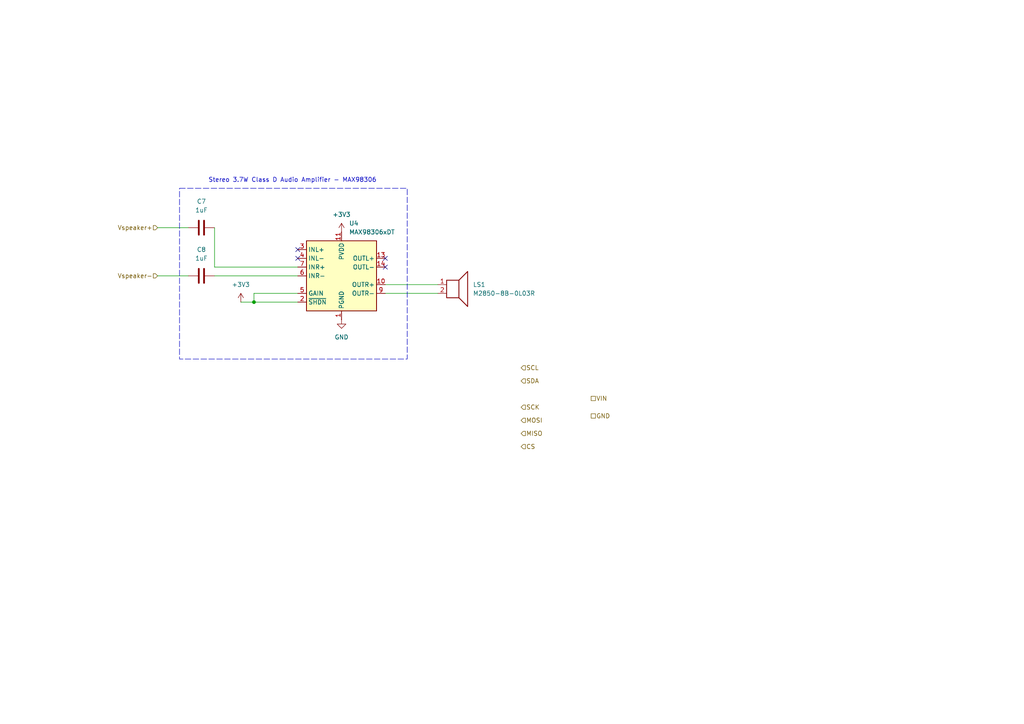
<source format=kicad_sch>
(kicad_sch (version 20231120) (generator "eeschema") (generator_version "8.0")
  (paper "A4")
  (title_block (company "Ege Turan") (comment 2 "Stanford, CA 94305") (comment 3 "Electrical Engineering Department") (comment 4 "Stanford University"))
  (lib_symbols
    (symbol "Amplifier_Audio:MAX98306xDT"
      (property "Reference" "U" (at 10.16 14.605 0))
      (property "Value" "MAX98306xDT" (at 10.16 12.065 0))
      (symbol "MAX98306xDT_0_1"
        (rectangle (start -10.16 10.16) (end 10.16 -10.16) (stroke (width 0.254)) (fill (type background)))
      )
      (symbol "MAX98306xDT_1_1"
        (pin power_in line (at 0 -12.7 90) (length 2.54) (name "PGND") (number "1"))
        (pin power_out line (at 12.7 -2.54 180) (length 2.54) (name "OUTR+") (number "10"))
        (pin power_in line (at 0 12.7 270) (length 2.54) (name "PVDD") (number "11"))
        (pin passive line (at 0 12.7 270) (length 2.54) hide (name "PVDD") (number "12"))
        (pin power_out line (at 12.7 5.08 180) (length 2.54) (name "OUTL+") (number "13"))
        (pin power_out line (at 12.7 2.54 180) (length 2.54) (name "OUTL-") (number "14"))
        (pin passive line (at 0 -12.7 90) (length 2.54) hide (name "PGND") (number "15"))
        (pin input line (at -12.7 -7.62 0) (length 2.54) (name "~{SHDN}") (number "2"))
        (pin input line (at -12.7 7.62 0) (length 2.54) (name "INL+") (number "3"))
        (pin input line (at -12.7 5.08 0) (length 2.54) (name "INL-") (number "4"))
        (pin input line (at -12.7 -5.08 0) (length 2.54) (name "GAIN") (number "5"))
        (pin input line (at -12.7 0 0) (length 2.54) (name "INR-") (number "6"))
        (pin input line (at -12.7 2.54 0) (length 2.54) (name "INR+") (number "7"))
        (pin passive line (at 0 -12.7 90) (length 2.54) hide (name "PGND") (number "8"))
        (pin power_out line (at 12.7 -5.08 180) (length 2.54) (name "OUTR-") (number "9"))
      )
    )
    (symbol "Device:C" (pin_numbers hide) (pin_names (offset 0.254))
      (property "Reference" "C" (at 0.635 2.54 0))
      (property "Value" "C" (at 0.635 -2.54 0))
      (symbol "C_0_1"
        (polyline (pts (xy -2.032 -0.762) (xy 2.032 -0.762)) (stroke (width 0.508)))
        (polyline (pts (xy -2.032 0.762) (xy 2.032 0.762)) (stroke (width 0.508)))
      )
      (symbol "C_1_1"
        (pin passive line (at 0 3.81 270) (length 2.794) (name "~") (number "1"))
        (pin passive line (at 0 -3.81 90) (length 2.794) (name "~") (number "2"))
      )
    )
    (symbol "Device:Speaker" (pin_names (offset 0) hide)
      (property "Reference" "LS" (at 1.27 5.715 0))
      (property "Value" "Speaker" (at 1.27 3.81 0))
      (symbol "Speaker_0_0"
        (rectangle (start -2.54 1.27) (end 1.016 -3.81) (stroke (width 0.254)))
        (polyline (pts (xy 1.016 1.27) (xy 3.556 3.81) (xy 3.556 -6.35) (xy 1.016 -3.81)) (stroke (width 0.254)))
      )
      (symbol "Speaker_1_1"
        (pin input line (at -5.08 0 0) (length 2.54) (name "1") (number "1"))
        (pin input line (at -5.08 -2.54 0) (length 2.54) (name "2") (number "2"))
      )
    )
    (symbol "power:+3V3" (power) (pin_numbers hide) (pin_names (offset 0) hide)
      (property "Value" "+3V3" (at 0 3.556 0))
      (symbol "+3V3_0_1"
        (polyline (pts (xy -0.762 1.27) (xy 0 2.54)))
        (polyline (pts (xy 0 0) (xy 0 2.54)))
        (polyline (pts (xy 0 2.54) (xy 0.762 1.27)))
      )
      (symbol "+3V3_1_1"
        (pin power_in line (at 0 0 90) (length 0) (name "~") (number "1"))
      )
    )
    (symbol "power:GND" (power) (pin_numbers hide) (pin_names (offset 0) hide)
      (property "Value" "GND" (at 0 -3.81 0))
      (symbol "GND_0_1"
        (polyline (pts (xy 0 0) (xy 0 -1.27) (xy 1.27 -1.27) (xy 0 -2.54) (xy -1.27 -1.27) (xy 0 -1.27)))
      )
      (symbol "GND_1_1"
        (pin power_in line (at 0 0 270) (length 0) (name "~") (number "1"))
      )
    )
  )
  (junction (at 73.66 87.63))
  (no_connect (at 86.36 72.39))
  (no_connect (at 86.36 74.93))
  (no_connect (at 111.76 77.47))
  (no_connect (at 111.76 74.93))
  (wire (pts (xy 69.85 87.63) (xy 73.66 87.63)))
  (wire (pts (xy 62.23 66.04) (xy 62.23 77.47)))
  (wire (pts (xy 73.66 85.09) (xy 73.66 87.63)))
  (wire (pts (xy 62.23 77.47) (xy 86.36 77.47)))
  (wire (pts (xy 62.23 80.01) (xy 86.36 80.01)))
  (wire (pts (xy 45.72 80.01) (xy 54.61 80.01)))
  (wire (pts (xy 73.66 85.09) (xy 86.36 85.09)))
  (wire (pts (xy 73.66 87.63) (xy 86.36 87.63)))
  (wire (pts (xy 127 85.09) (xy 111.76 85.09)))
  (wire (pts (xy 127 82.55) (xy 111.76 82.55)))
  (wire (pts (xy 45.72 66.04) (xy 54.61 66.04)))
  (rectangle (start 52.07 54.61) (end 118.11 104.14) (stroke (width 0) (type dash)))
  (text "Stereo 3.7W Class D Audio Amplifier - MAX98306" (at 84.836 52.324 0) (effects (font (size 1.27 1.27))))
  (hierarchical_label "VIN" (shape passive) (at 171.45 115.57 0))
  (hierarchical_label "MISO" (shape input) (at 151.13 125.73 0))
  (hierarchical_label "GND" (shape passive) (at 171.45 120.65 0))
  (hierarchical_label "SCL" (shape input) (at 151.13 106.68 0))
  (hierarchical_label "SCK" (shape input) (at 151.13 118.11 0))
  (hierarchical_label "Vspeaker-" (shape input) (at 45.72 80.01 180))
  (hierarchical_label "MOSI" (shape input) (at 151.13 121.92 0))
  (hierarchical_label "SDA" (shape input) (at 151.13 110.49 0))
  (hierarchical_label "CS" (shape input) (at 151.13 129.54 0))
  (hierarchical_label "Vspeaker+" (shape input) (at 45.72 66.04 180))
  (symbol (lib_id "power:GND") (at 99.06 92.71 0) (unit 1)
    (property "Reference" "#PWR019" (effects (hide yes)))
    (property "Value" "GND" (at 99.06 97.79 0))
    (property "Description" "Power symbol creates a global label with name \"GND\" , ground" (effects (hide yes)))
  )
  (symbol (lib_id "Device:Speaker") (at 132.08 82.55 0) (unit 1)
    (property "Reference" "LS1" (at 137.16 82.5499 0) (effects (justify left)))
    (property "Value" "M2850-8B-0L03R" (at 137.16 85.0899 0) (effects (justify left)))
    (property "Datasheet" "https://cdn-shop.adafruit.com/datasheets/1890_8ohmMetalSpeaks.pdf" (effects (hide yes)))
    (property "Description" "Speaker" (effects (hide yes)))
  )
  (symbol (lib_id "Amplifier_Audio:MAX98306xDT") (at 99.06 80.01 0) (unit 1)
    (property "Reference" "U4" (at 101.2541 64.77 0) (effects (justify left)))
    (property "Value" "MAX98306xDT" (at 101.2541 67.31 0) (effects (justify left)))
    (property "Footprint" "Package_DFN_QFN:TDFN-14-1EP_3x3mm_P0.4mm_EP1.78x2.35mm" (effects (hide yes)))
    (property "Datasheet" "https://datasheets.maximintegrated.com/en/ds/MAX98306.pdf" (effects (hide yes)))
    (property "Description" "Stereo 3.7 W Class D Amplifier, TDFN-14" (effects (hide yes)))
  )
  (symbol (lib_id "power:+3V3") (at 69.85 87.63 0) (unit 1)
    (property "Reference" "#PWR020" (effects (hide yes)))
    (property "Value" "+3V3" (at 69.85 82.55 0))
    (property "Description" "Power symbol creates a global label with name \"+3V3\"" (effects (hide yes)))
  )
  (symbol (lib_id "power:+3V3") (at 99.06 67.31 0) (unit 1)
    (property "Reference" "#PWR018" (effects (hide yes)))
    (property "Value" "+3V3" (at 99.06 62.23 0))
    (property "Description" "Power symbol creates a global label with name \"+3V3\"" (effects (hide yes)))
  )
  (symbol (lib_id "Device:C") (at 58.42 80.01 270) (unit 1)
    (property "Reference" "C8" (at 58.42 72.39 90))
    (property "Value" "1uF" (at 58.42 74.93 90))
    (property "Description" "Unpolarized capacitor" (effects (hide yes)))
  )
  (symbol (lib_id "Device:C") (at 58.42 66.04 270) (unit 1)
    (property "Reference" "C7" (at 58.42 58.42 90))
    (property "Value" "1uF" (at 58.42 60.96 90))
    (property "Description" "Unpolarized capacitor" (effects (hide yes)))
  )
)
</source>
